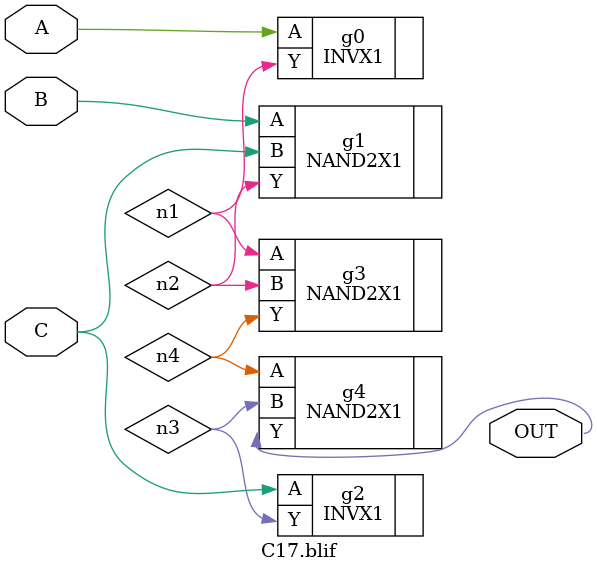
<source format=v>

module C17.blif ( 
    A, B, C, OUT );
  input  A, B, C;
  output OUT ;
  wire n1, n2, n3, n4;
  INVX1 g0(.A(A), .Y(n1));
  NAND2X1 g1(.A(B), .B(C), .Y(n2));
  INVX1 g2(.A(C), .Y(n3));
  NAND2X1 g3(.A(n1), .B(n2), .Y(n4));
  NAND2X1 g4(.A(n4), .B(n3), .Y(OUT));
endmodule



</source>
